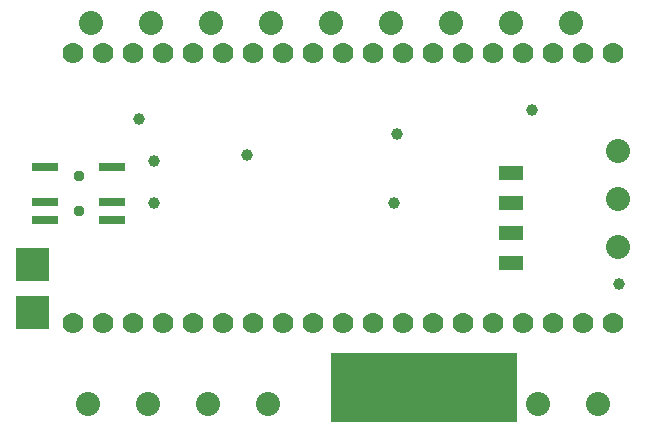
<source format=gts>
G04 Generated by Ultiboard 12.0 *
%FSLAX25Y25*%
%MOIN*%

%ADD10C,0.00001*%
%ADD11C,0.00100*%
%ADD12C,0.08000*%
%ADD13C,0.07000*%
%ADD14R,0.08000X0.05000*%
%ADD15C,0.03701*%
%ADD16R,0.08661X0.02953*%
%ADD17C,0.03937*%


G04 ColorRGB FF00CC for the following layer *
%LNSolder Mask Top*%
%LPD*%
G54D10*
G54D11*
G36*
X108000Y0D02*
X108000Y23000D01*
X170000Y23000D01*
X170000Y0D01*
X108000Y0D01*
G37*
G36*
X3000Y31000D02*
X3000Y42000D01*
X14000Y42000D01*
X14000Y31000D01*
X3000Y31000D01*
G37*
G36*
X3000Y47000D02*
X3000Y58000D01*
X14000Y58000D01*
X14000Y47000D01*
X3000Y47000D01*
G37*
G54D12*
X27000Y6000D03*
X47000Y6000D03*
X67000Y6000D03*
X87000Y6000D03*
X177000Y6000D03*
X197000Y6000D03*
X28000Y133000D03*
X48000Y133000D03*
X68000Y133000D03*
X88000Y133000D03*
X108000Y133000D03*
X128000Y133000D03*
X148000Y133000D03*
X168000Y133000D03*
X188000Y133000D03*
X203957Y74123D03*
X163168Y8752D03*
X147168Y8752D03*
X131168Y8752D03*
X115168Y8752D03*
X203957Y90123D03*
X203957Y58123D03*
G54D13*
X202000Y123000D03*
X192000Y123000D03*
X182000Y123000D03*
X172000Y123000D03*
X162000Y123000D03*
X152000Y123000D03*
X142000Y123000D03*
X132000Y123000D03*
X122000Y123000D03*
X112000Y123000D03*
X102000Y123000D03*
X92000Y123000D03*
X82000Y123000D03*
X72000Y123000D03*
X62000Y123000D03*
X52000Y123000D03*
X42000Y123000D03*
X32000Y123000D03*
X22000Y123000D03*
X202000Y33000D03*
X192000Y33000D03*
X182000Y33000D03*
X172000Y33000D03*
X162000Y33000D03*
X152000Y33000D03*
X142000Y33000D03*
X132000Y33000D03*
X122000Y33000D03*
X112000Y33000D03*
X102000Y33000D03*
X92000Y33000D03*
X82000Y33000D03*
X72000Y33000D03*
X62000Y33000D03*
X52000Y33000D03*
X42000Y33000D03*
X32000Y33000D03*
X22000Y33000D03*
G54D14*
X168000Y53000D03*
X168000Y63000D03*
X168000Y73000D03*
X168000Y83000D03*
G54D15*
X24000Y81906D03*
X24000Y70094D03*
X24000Y70094D03*
X24000Y81906D03*
G54D16*
X12681Y67142D03*
X12681Y73047D03*
X35319Y67142D03*
X35319Y73047D03*
X12681Y84858D03*
X35319Y84858D03*
G54D17*
X204000Y46000D03*
X49000Y87000D03*
X49000Y73000D03*
X129000Y73000D03*
X175000Y104000D03*
X130000Y96000D03*
X80000Y89000D03*
X44000Y101000D03*

M00*

</source>
